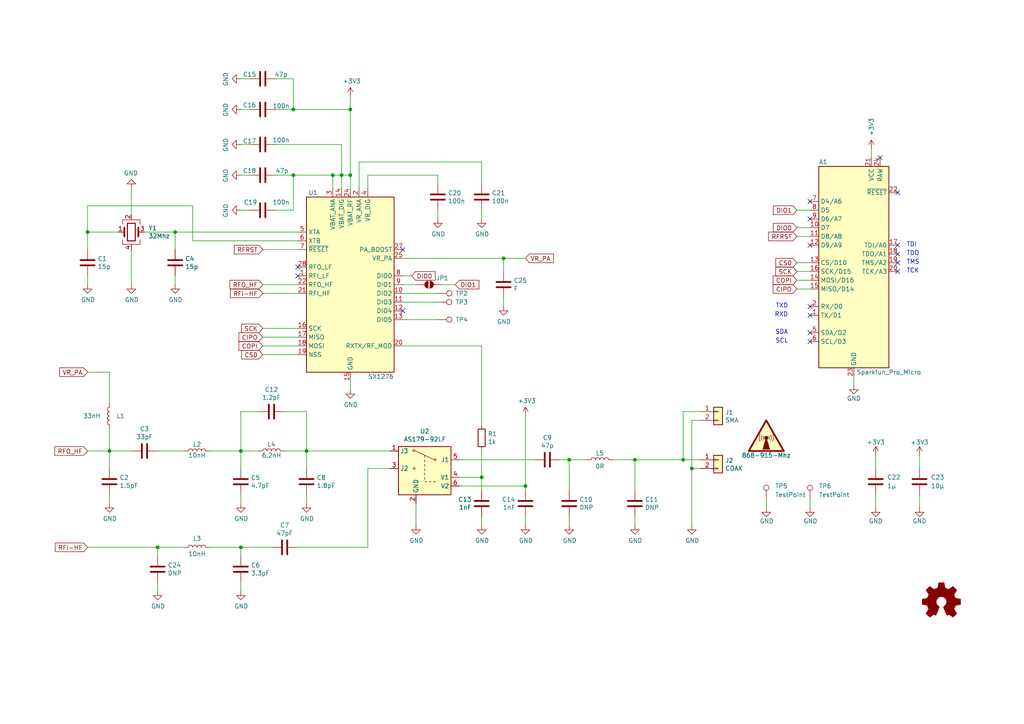
<source format=kicad_sch>
(kicad_sch (version 20231120) (generator "eeschema") (generator_version "8.0")
  (paper "A4")
  (title_block (title "LORA") (date "2024-12-26") (rev "v1.2") (company "nerdyscout"))
  (lib_symbols
    (symbol "Connector:TestPoint" (pin_numbers hide) (pin_names (offset 0.762) hide)
      (property "Reference" "TP" (at 0 6.858 0))
      (property "Value" "TestPoint" (at 0 5.08 0))
      (symbol "TestPoint_1_1"
        (pin passive line (at 0 0 90) (length 2.54) (name "1") (number "1"))
      )
    )
    (symbol "Connector_Generic:Conn_01x02" (pin_names (offset 1.016) hide)
      (property "Reference" "J" (at 0 2.54 0))
      (property "Value" "Conn_01x02" (at 0 -5.08 0))
      (symbol "Conn_01x02_1_1"
        (pin passive line (at -5.08 0 0) (length 3.81) (name "Pin_1") (number "1"))
        (pin passive line (at -5.08 -2.54 0) (length 3.81) (name "Pin_2") (number "2"))
      )
    )
    (symbol "Device:C" (pin_numbers hide) (pin_names (offset 0.254))
      (property "Reference" "C" (at 0.635 2.54 0))
      (property "Value" "C" (at 0.635 -2.54 0))
      (symbol "C_1_1"
        (pin passive line (at 0 3.81 270) (length 2.794) (name "~") (number "1"))
        (pin passive line (at 0 -3.81 90) (length 2.794) (name "~") (number "2"))
      )
    )
    (symbol "Device:Crystal_GND24" (pin_names (offset 1.016) hide)
      (property "Reference" "Y" (at 3.175 5.08 0))
      (property "Value" "Crystal_GND24" (at 3.175 3.175 0))
      (symbol "Crystal_GND24_1_1"
        (pin passive line (at -3.81 0 0) (length 1.27) (name "1") (number "1"))
        (pin passive line (at 0 5.08 270) (length 1.27) (name "2") (number "2"))
        (pin passive line (at 3.81 0 180) (length 1.27) (name "3") (number "3"))
        (pin passive line (at 0 -5.08 90) (length 1.27) (name "4") (number "4"))
      )
    )
    (symbol "Device:L" (pin_numbers hide) (pin_names (offset 1.016) hide)
      (property "Reference" "L" (at -1.27 0 90))
      (property "Value" "L" (at 1.905 0 90))
      (symbol "L_1_1"
        (pin passive line (at 0 3.81 270) (length 1.27) (name "1") (number "1"))
        (pin passive line (at 0 -3.81 90) (length 1.27) (name "2") (number "2"))
      )
    )
    (symbol "Device:R" (pin_numbers hide) (pin_names (offset 0))
      (property "Reference" "R" (at 2.032 0 90))
      (property "Value" "R" (at 0 0 90))
      (symbol "R_1_1"
        (pin passive line (at 0 3.81 270) (length 1.27) (name "~") (number "1"))
        (pin passive line (at 0 -3.81 90) (length 1.27) (name "~") (number "2"))
      )
    )
    (symbol "Graphic:Logo_Open_Hardware_Small" (in_bom no) (on_board no))
    (symbol "Graphic:SYM_Radio_Waves_Large" (in_bom no) (on_board no))
    (symbol "Jumper:SolderJumper_2_Open" (pin_numbers hide) (pin_names (offset 0) hide) (exclude_from_sim yes) (in_bom no)
      (property "Reference" "JP" (at 0 2.032 0))
      (property "Value" "SolderJumper_2_Open" (at 0 -2.54 0))
      (symbol "SolderJumper_2_Open_1_1"
        (pin passive line (at -3.81 0 0) (length 2.54) (name "A") (number "1"))
        (pin passive line (at 3.81 0 180) (length 2.54) (name "B") (number "2"))
      )
    )
    (symbol "ProMicro:SX1276"
      (property "Reference" "U" (at 13.97 24.13 0))
      (property "Value" "SX1276" (at 13.97 21.59 0))
      (symbol "SX1276_1_1"
        (pin input line (at -15.24 2.54 0) (length 2.54) (name "RFI_LF") (number "1"))
        (pin bidirectional line (at 15.24 -2.54 180) (length 2.54) (name "DIO2") (number "10"))
        (pin bidirectional line (at 15.24 -5.08 180) (length 2.54) (name "DIO3") (number "11"))
        (pin bidirectional line (at 15.24 -7.62 180) (length 2.54) (name "DIO4") (number "12"))
        (pin bidirectional line (at 15.24 -10.16 180) (length 2.54) (name "DIO5") (number "13"))
        (pin power_in line (at -2.54 27.94 270) (length 2.54) (name "VBAT_DIG") (number "14"))
        (pin power_in line (at 0 -27.94 90) (length 2.54) (name "GND") (number "15"))
        (pin input line (at -15.24 -12.7 0) (length 2.54) (name "SCK") (number "16"))
        (pin output line (at -15.24 -15.24 0) (length 2.54) (name "MISO") (number "17"))
        (pin input line (at -15.24 -17.78 0) (length 2.54) (name "MOSI") (number "18"))
        (pin input line (at -15.24 -20.32 0) (length 2.54) (name "NSS") (number "19"))
        (pin power_in line (at 2.54 27.94 270) (length 2.54) (name "VR_ANA") (number "2"))
        (pin output line (at 15.24 -17.78 180) (length 2.54) (name "RXTX/RF_MOD") (number "20"))
        (pin input line (at -15.24 -2.54 0) (length 2.54) (name "RFI_HF") (number "21"))
        (pin output line (at -15.24 0 0) (length 2.54) (name "RFO_HF") (number "22"))
        (pin passive line (at 0 -27.94 90) (length 2.54) hide (name "GND") (number "23"))
        (pin power_in line (at 0 27.94 270) (length 2.54) (name "VBAT_RF") (number "24"))
        (pin power_out line (at 15.24 7.62 180) (length 2.54) (name "VR_PA") (number "25"))
        (pin passive line (at 0 -27.94 90) (length 2.54) hide (name "GND") (number "26"))
        (pin power_out line (at 15.24 10.16 180) (length 2.54) (name "PA_BOOST") (number "27"))
        (pin output line (at -15.24 5.08 0) (length 2.54) (name "RFO_LF") (number "28"))
        (pin passive line (at 0 -27.94 90) (length 2.54) hide (name "GND") (number "29"))
        (pin power_in line (at -5.08 27.94 270) (length 2.54) (name "VBAT_ANA") (number "3"))
        (pin power_in line (at 5.08 27.94 270) (length 2.54) (name "VR_DIG") (number "4"))
        (pin bidirectional line (at -15.24 15.24 0) (length 2.54) (name "XTA") (number "5"))
        (pin bidirectional line (at -15.24 12.7 0) (length 2.54) (name "XTB") (number "6"))
        (pin input line (at -15.24 10.16 0) (length 2.54) (name "~{RESET}") (number "7"))
        (pin bidirectional line (at 15.24 2.54 180) (length 2.54) (name "DIO0") (number "8"))
        (pin bidirectional line (at 15.24 0 180) (length 2.54) (name "DIO1") (number "9"))
      )
    )
    (symbol "ProMicro:Sparkfun_Pro_Micro"
      (property "Reference" "A" (at -10.16 29.21 0))
      (property "Value" "Sparkfun_Pro_Micro" (at 2.54 -31.75 0))
      (symbol "Sparkfun_Pro_Micro_1_1"
        (pin bidirectional line (at -12.7 -15.24 0) (length 2.54) (name "TX/D1") (number "1"))
        (pin bidirectional line (at -12.7 10.16 0) (length 2.54) (name "D7") (number "10"))
        (pin bidirectional line (at -12.7 7.62 0) (length 2.54) (name "D8/A8") (number "11"))
        (pin bidirectional line (at -12.7 5.08 0) (length 2.54) (name "D9/A9") (number "12"))
        (pin bidirectional line (at -12.7 0 0) (length 2.54) (name "CS/D10") (number "13"))
        (pin bidirectional line (at -12.7 -5.08 0) (length 2.54) (name "MOSI/D16") (number "14"))
        (pin bidirectional line (at -12.7 -7.62 0) (length 2.54) (name "MISO/D14") (number "15"))
        (pin bidirectional line (at -12.7 -2.54 0) (length 2.54) (name "SCK/D15") (number "16"))
        (pin bidirectional line (at 12.7 5.08 180) (length 2.54) (name "TDI/A0") (number "17"))
        (pin bidirectional line (at 12.7 2.54 180) (length 2.54) (name "TDO/A1") (number "18"))
        (pin bidirectional line (at 12.7 0 180) (length 2.54) (name "TMS/A2") (number "19"))
        (pin bidirectional line (at -12.7 -12.7 0) (length 2.54) (name "RX/D0") (number "2"))
        (pin bidirectional line (at 12.7 -2.54 180) (length 2.54) (name "TCK/A3") (number "20"))
        (pin power_in line (at 5.08 30.48 270) (length 2.54) (name "VCC") (number "21"))
        (pin input line (at 12.7 20.32 180) (length 2.54) (name "~{RESET}") (number "22"))
        (pin power_in line (at 0 -33.02 90) (length 2.54) (name "GND") (number "23"))
        (pin power_in line (at 7.62 30.48 270) (length 2.54) (name "RAW") (number "24"))
        (pin passive line (at 0 -33.02 90) (length 2.54) hide (name "GND") (number "3"))
        (pin passive line (at 0 -33.02 90) (length 2.54) hide (name "GND") (number "4"))
        (pin bidirectional line (at -12.7 -20.32 0) (length 2.54) (name "SDA/D2") (number "5"))
        (pin bidirectional line (at -12.7 -22.86 0) (length 2.54) (name "SCL/D3") (number "6"))
        (pin bidirectional line (at -12.7 17.78 0) (length 2.54) (name "D4/A6") (number "7"))
        (pin bidirectional line (at -12.7 15.24 0) (length 2.54) (name "D5") (number "8"))
        (pin bidirectional line (at -12.7 12.7 0) (length 2.54) (name "D6/A7") (number "9"))
      )
    )
    (symbol "RF_Switch:AS179-92LF"
      (property "Reference" "U" (at -7.62 7.62 0))
      (property "Value" "AS179-92LF" (at 2.54 7.62 0))
      (symbol "AS179-92LF_1_1"
        (pin passive line (at 10.16 5.08 180) (length 2.54) (name "J3") (number "1"))
        (pin power_in line (at 2.54 -10.16 90) (length 2.54) (name "GND") (number "2"))
        (pin passive line (at 10.16 0 180) (length 2.54) (name "J2") (number "3"))
        (pin input line (at -10.16 -2.54 0) (length 2.54) (name "V1") (number "4"))
        (pin passive line (at -10.16 2.54 0) (length 2.54) (name "J1") (number "5"))
        (pin input line (at -10.16 -5.08 0) (length 2.54) (name "V2") (number "6"))
      )
    )
    (symbol "power:+3V3" (power) (pin_numbers hide) (pin_names (offset 0) hide)
      (property "Value" "+3V3" (at 0 3.556 0))
      (symbol "+3V3_1_1"
        (pin power_in line (at 0 0 90) (length 0) (name "~") (number "1"))
      )
    )
    (symbol "power:GND" (power) (pin_numbers hide) (pin_names (offset 0) hide)
      (property "Value" "GND" (at 0 -3.81 0))
      (symbol "GND_1_1"
        (pin power_in line (at 0 0 270) (length 0) (name "~") (number "1"))
      )
    )
  )
  (junction (at 198.12 133.35))
  (junction (at 69.85 158.75))
  (junction (at 139.7 138.43))
  (junction (at 152.4 140.97))
  (junction (at 25.4 67.31))
  (junction (at 85.09 50.8))
  (junction (at 85.09 31.75))
  (junction (at 99.06 50.8))
  (junction (at 45.72 158.75))
  (junction (at 31.75 130.81))
  (junction (at 146.05 74.93))
  (junction (at 184.15 133.35))
  (junction (at 88.9 130.81))
  (junction (at 165.1 133.35))
  (junction (at 200.66 135.89))
  (junction (at 50.8 67.31))
  (junction (at 69.85 130.81))
  (junction (at 96.52 50.8))
  (junction (at 101.6 50.8))
  (junction (at 101.6 31.75))
  (no_connect (at 260.35 55.88))
  (no_connect (at 260.35 76.2))
  (no_connect (at 234.95 88.9))
  (no_connect (at 234.95 71.12))
  (no_connect (at 116.84 90.17))
  (no_connect (at 234.95 96.52))
  (no_connect (at 234.95 63.5))
  (no_connect (at 86.36 80.01))
  (no_connect (at 234.95 99.06))
  (no_connect (at 260.35 73.66))
  (no_connect (at 234.95 58.42))
  (no_connect (at 255.27 45.72))
  (no_connect (at 260.35 78.74))
  (no_connect (at 116.84 72.39))
  (no_connect (at 260.35 71.12))
  (no_connect (at 234.95 91.44))
  (no_connect (at 86.36 77.47))
  (wire (pts (xy 139.7 130.81) (xy 139.7 138.43)))
  (wire (pts (xy 116.84 82.55) (xy 120.65 82.55)))
  (wire (pts (xy 104.14 54.61) (xy 104.14 46.99)))
  (wire (pts (xy 234.95 68.58) (xy 231.14 68.58)))
  (wire (pts (xy 231.14 83.82) (xy 234.95 83.82)))
  (wire (pts (xy 165.1 152.4) (xy 165.1 149.86)))
  (wire (pts (xy 152.4 140.97) (xy 152.4 142.24)))
  (wire (pts (xy 45.72 158.75) (xy 45.72 161.29)))
  (wire (pts (xy 184.15 133.35) (xy 198.12 133.35)))
  (wire (pts (xy 116.84 85.09) (xy 127 85.09)))
  (wire (pts (xy 184.15 149.86) (xy 184.15 152.4)))
  (wire (pts (xy 69.85 60.96) (xy 72.39 60.96)))
  (wire (pts (xy 88.9 119.38) (xy 88.9 130.81)))
  (wire (pts (xy 60.96 158.75) (xy 69.85 158.75)))
  (wire (pts (xy 25.4 59.69) (xy 25.4 67.31)))
  (wire (pts (xy 127 50.8) (xy 127 53.34)))
  (wire (pts (xy 25.4 158.75) (xy 45.72 158.75)))
  (wire (pts (xy 38.1 82.55) (xy 38.1 72.39)))
  (wire (pts (xy 231.14 60.96) (xy 234.95 60.96)))
  (wire (pts (xy 25.4 82.55) (xy 25.4 80.01)))
  (wire (pts (xy 203.2 121.92) (xy 200.66 121.92)))
  (wire (pts (xy 101.6 27.94) (xy 101.6 31.75)))
  (wire (pts (xy 254 132.08) (xy 254 135.89)))
  (wire (pts (xy 127 60.96) (xy 127 63.5)))
  (wire (pts (xy 85.09 60.96) (xy 85.09 50.8)))
  (wire (pts (xy 200.66 152.4) (xy 200.66 135.89)))
  (wire (pts (xy 34.29 67.31) (xy 25.4 67.31)))
  (wire (pts (xy 85.09 31.75) (xy 101.6 31.75)))
  (wire (pts (xy 266.7 132.08) (xy 266.7 135.89)))
  (wire (pts (xy 38.1 54.61) (xy 38.1 62.23)))
  (wire (pts (xy 139.7 138.43) (xy 139.7 142.24)))
  (wire (pts (xy 45.72 130.81) (xy 53.34 130.81)))
  (wire (pts (xy 99.06 54.61) (xy 99.06 50.8)))
  (wire (pts (xy 85.09 31.75) (xy 80.01 31.75)))
  (wire (pts (xy 88.9 143.51) (xy 88.9 146.05)))
  (wire (pts (xy 69.85 135.89) (xy 69.85 130.81)))
  (wire (pts (xy 60.96 130.81) (xy 69.85 130.81)))
  (wire (pts (xy 85.09 50.8) (xy 96.52 50.8)))
  (wire (pts (xy 252.73 43.18) (xy 252.73 45.72)))
  (wire (pts (xy 119.38 80.01) (xy 116.84 80.01)))
  (wire (pts (xy 96.52 50.8) (xy 99.06 50.8)))
  (wire (pts (xy 25.4 67.31) (xy 25.4 72.39)))
  (wire (pts (xy 69.85 171.45) (xy 69.85 168.91)))
  (wire (pts (xy 85.09 22.86) (xy 85.09 31.75)))
  (wire (pts (xy 133.35 138.43) (xy 139.7 138.43)))
  (wire (pts (xy 101.6 31.75) (xy 101.6 50.8)))
  (wire (pts (xy 200.66 135.89) (xy 203.2 135.89)))
  (wire (pts (xy 165.1 133.35) (xy 170.18 133.35)))
  (wire (pts (xy 116.84 74.93) (xy 146.05 74.93)))
  (wire (pts (xy 184.15 142.24) (xy 184.15 133.35)))
  (wire (pts (xy 99.06 41.91) (xy 99.06 50.8)))
  (wire (pts (xy 86.36 100.33) (xy 76.2 100.33)))
  (wire (pts (xy 31.75 146.05) (xy 31.75 143.51)))
  (wire (pts (xy 96.52 54.61) (xy 96.52 50.8)))
  (wire (pts (xy 165.1 133.35) (xy 165.1 142.24)))
  (wire (pts (xy 234.95 81.28) (xy 231.14 81.28)))
  (wire (pts (xy 200.66 121.92) (xy 200.66 135.89)))
  (wire (pts (xy 132.08 82.55) (xy 128.27 82.55)))
  (wire (pts (xy 116.84 100.33) (xy 139.7 100.33)))
  (wire (pts (xy 88.9 130.81) (xy 88.9 135.89)))
  (wire (pts (xy 113.03 130.81) (xy 88.9 130.81)))
  (wire (pts (xy 31.75 107.95) (xy 31.75 116.84)))
  (wire (pts (xy 198.12 119.38) (xy 198.12 133.35)))
  (wire (pts (xy 31.75 124.46) (xy 31.75 130.81)))
  (wire (pts (xy 86.36 158.75) (xy 106.68 158.75)))
  (wire (pts (xy 177.8 133.35) (xy 184.15 133.35)))
  (wire (pts (xy 139.7 46.99) (xy 139.7 53.34)))
  (wire (pts (xy 198.12 133.35) (xy 203.2 133.35)))
  (wire (pts (xy 86.36 69.85) (xy 55.88 69.85)))
  (wire (pts (xy 50.8 72.39) (xy 50.8 67.31)))
  (wire (pts (xy 74.93 119.38) (xy 69.85 119.38)))
  (wire (pts (xy 152.4 120.65) (xy 152.4 140.97)))
  (wire (pts (xy 50.8 82.55) (xy 50.8 80.01)))
  (wire (pts (xy 139.7 63.5) (xy 139.7 60.96)))
  (wire (pts (xy 106.68 135.89) (xy 113.03 135.89)))
  (wire (pts (xy 55.88 69.85) (xy 55.88 59.69)))
  (wire (pts (xy 85.09 50.8) (xy 80.01 50.8)))
  (wire (pts (xy 80.01 41.91) (xy 99.06 41.91)))
  (wire (pts (xy 101.6 54.61) (xy 101.6 50.8)))
  (wire (pts (xy 146.05 88.9) (xy 146.05 86.36)))
  (wire (pts (xy 80.01 60.96) (xy 85.09 60.96)))
  (wire (pts (xy 120.65 152.4) (xy 120.65 146.05)))
  (wire (pts (xy 106.68 54.61) (xy 106.68 50.8)))
  (wire (pts (xy 234.95 144.78) (xy 234.95 147.32)))
  (wire (pts (xy 25.4 107.95) (xy 31.75 107.95)))
  (wire (pts (xy 247.65 111.76) (xy 247.65 109.22)))
  (wire (pts (xy 69.85 161.29) (xy 69.85 158.75)))
  (wire (pts (xy 80.01 22.86) (xy 85.09 22.86)))
  (wire (pts (xy 234.95 76.2) (xy 231.14 76.2)))
  (wire (pts (xy 31.75 135.89) (xy 31.75 130.81)))
  (wire (pts (xy 38.1 130.81) (xy 31.75 130.81)))
  (wire (pts (xy 50.8 67.31) (xy 86.36 67.31)))
  (wire (pts (xy 139.7 152.4) (xy 139.7 149.86)))
  (wire (pts (xy 116.84 92.71) (xy 127 92.71)))
  (wire (pts (xy 266.7 143.51) (xy 266.7 147.32)))
  (wire (pts (xy 165.1 133.35) (xy 162.56 133.35)))
  (wire (pts (xy 146.05 74.93) (xy 152.4 74.93)))
  (wire (pts (xy 76.2 85.09) (xy 86.36 85.09)))
  (wire (pts (xy 41.91 67.31) (xy 50.8 67.31)))
  (wire (pts (xy 222.25 144.78) (xy 222.25 147.32)))
  (wire (pts (xy 76.2 102.87) (xy 86.36 102.87)))
  (wire (pts (xy 76.2 72.39) (xy 86.36 72.39)))
  (wire (pts (xy 72.39 31.75) (xy 69.85 31.75)))
  (wire (pts (xy 86.36 95.25) (xy 76.2 95.25)))
  (wire (pts (xy 25.4 130.81) (xy 31.75 130.81)))
  (wire (pts (xy 101.6 110.49) (xy 101.6 113.03)))
  (wire (pts (xy 231.14 66.04) (xy 234.95 66.04)))
  (wire (pts (xy 76.2 82.55) (xy 86.36 82.55)))
  (wire (pts (xy 99.06 50.8) (xy 101.6 50.8)))
  (wire (pts (xy 203.2 119.38) (xy 198.12 119.38)))
  (wire (pts (xy 146.05 74.93) (xy 146.05 78.74)))
  (wire (pts (xy 133.35 140.97) (xy 152.4 140.97)))
  (wire (pts (xy 106.68 50.8) (xy 127 50.8)))
  (wire (pts (xy 45.72 158.75) (xy 53.34 158.75)))
  (wire (pts (xy 104.14 46.99) (xy 139.7 46.99)))
  (wire (pts (xy 254 143.51) (xy 254 147.32)))
  (wire (pts (xy 69.85 146.05) (xy 69.85 143.51)))
  (wire (pts (xy 69.85 119.38) (xy 69.85 130.81)))
  (wire (pts (xy 69.85 22.86) (xy 72.39 22.86)))
  (wire (pts (xy 139.7 100.33) (xy 139.7 123.19)))
  (wire (pts (xy 82.55 119.38) (xy 88.9 119.38)))
  (wire (pts (xy 69.85 41.91) (xy 72.39 41.91)))
  (wire (pts (xy 55.88 59.69) (xy 25.4 59.69)))
  (wire (pts (xy 152.4 152.4) (xy 152.4 149.86)))
  (wire (pts (xy 106.68 158.75) (xy 106.68 135.89)))
  (wire (pts (xy 231.14 78.74) (xy 234.95 78.74)))
  (wire (pts (xy 116.84 87.63) (xy 127 87.63)))
  (wire (pts (xy 69.85 158.75) (xy 78.74 158.75)))
  (wire (pts (xy 72.39 50.8) (xy 69.85 50.8)))
  (wire (pts (xy 82.55 130.81) (xy 88.9 130.81)))
  (wire (pts (xy 69.85 130.81) (xy 74.93 130.81)))
  (wire (pts (xy 45.72 168.91) (xy 45.72 171.45)))
  (wire (pts (xy 133.35 133.35) (xy 154.94 133.35)))
  (wire (pts (xy 76.2 97.79) (xy 86.36 97.79)))
  (text "TDI" (at 262.89 71.755 0) (effects (font (size 1.27 1.27)) (justify left bottom)))
  (text "TCK" (at 262.89 79.375 0) (effects (font (size 1.27 1.27)) (justify left bottom)))
  (text "SDA" (at 228.6 97.155 0) (effects (font (size 1.27 1.27)) (justify right bottom)))
  (text "SCL" (at 228.6 99.695 0) (effects (font (size 1.27 1.27)) (justify right bottom)))
  (text "TXD" (at 228.6 89.535 0) (effects (font (size 1.27 1.27)) (justify right bottom)))
  (text "RXD" (at 228.6 92.075 0) (effects (font (size 1.27 1.27)) (justify right bottom)))
  (text "TDO" (at 262.89 74.295 0) (effects (font (size 1.27 1.27)) (justify left bottom)))
  (text "TMS" (at 262.89 76.835 0) (effects (font (size 1.27 1.27)) (justify left bottom)))
  (global_label "RFRST" (shape input) (at 76.2 72.39 180) (property "Intersheetrefs" "${INTERSHEET_REFS}" (effects (hide yes))))
  (global_label "RFI-HF" (shape input) (at 76.2 85.09 180) (property "Intersheetrefs" "${INTERSHEET_REFS}" (effects (hide yes))))
  (global_label "DIO0" (shape input) (at 119.38 80.01 0) (property "Intersheetrefs" "${INTERSHEET_REFS}" (effects (hide yes))))
  (global_label "RFO_HF" (shape input) (at 76.2 82.55 180) (property "Intersheetrefs" "${INTERSHEET_REFS}" (effects (hide yes))))
  (global_label "VR_PA" (shape input) (at 25.4 107.95 180) (property "Intersheetrefs" "${INTERSHEET_REFS}" (effects (hide yes))))
  (global_label "CIPO" (shape input) (at 76.2 97.79 180) (property "Intersheetrefs" "${INTERSHEET_REFS}" (effects (hide yes))))
  (global_label "CIPO" (shape input) (at 231.14 83.82 180) (property "Intersheetrefs" "${INTERSHEET_REFS}" (effects (hide yes))))
  (global_label "DIO1" (shape input) (at 231.14 60.96 180) (property "Intersheetrefs" "${INTERSHEET_REFS}" (effects (hide yes))))
  (global_label "CS0" (shape input) (at 231.14 76.2 180) (property "Intersheetrefs" "${INTERSHEET_REFS}" (effects (hide yes))))
  (global_label "CS0" (shape input) (at 76.2 102.87 180) (property "Intersheetrefs" "${INTERSHEET_REFS}" (effects (hide yes))))
  (global_label "VR_PA" (shape input) (at 152.4 74.93 0) (property "Intersheetrefs" "${INTERSHEET_REFS}" (effects (hide yes))))
  (global_label "RFI-HF" (shape input) (at 25.4 158.75 180) (property "Intersheetrefs" "${INTERSHEET_REFS}" (effects (hide yes))))
  (global_label "SCK" (shape input) (at 76.2 95.25 180) (property "Intersheetrefs" "${INTERSHEET_REFS}" (effects (hide yes))))
  (global_label "RFRST" (shape input) (at 231.14 68.58 180) (property "Intersheetrefs" "${INTERSHEET_REFS}" (effects (hide yes))))
  (global_label "SCK" (shape input) (at 231.14 78.74 180) (property "Intersheetrefs" "${INTERSHEET_REFS}" (effects (hide yes))))
  (global_label "DIO1" (shape input) (at 132.08 82.55 0) (property "Intersheetrefs" "${INTERSHEET_REFS}" (effects (hide yes))))
  (global_label "COPI" (shape input) (at 76.2 100.33 180) (property "Intersheetrefs" "${INTERSHEET_REFS}" (effects (hide yes))))
  (global_label "RFO_HF" (shape input) (at 25.4 130.81 180) (property "Intersheetrefs" "${INTERSHEET_REFS}" (effects (hide yes))))
  (global_label "DIO0" (shape input) (at 231.14 66.04 180) (property "Intersheetrefs" "${INTERSHEET_REFS}" (effects (hide yes))))
  (global_label "COPI" (shape input) (at 231.14 81.28 180) (property "Intersheetrefs" "${INTERSHEET_REFS}" (effects (hide yes))))
  (symbol (lib_id "power:GND") (at 247.65 111.76 0) (unit 1)
    (property "Reference" "#PWR0127" (effects (hide yes)))
    (property "Value" "GND" (at 247.65 115.57 0))
    (property "Description" "Power symbol creates a global label with name \"GND\" , ground" (effects (hide yes)))
  )
  (symbol (lib_id "power:+3V3") (at 252.73 43.18 0) (unit 1)
    (property "Reference" "#PWR0124" (effects (hide yes)))
    (property "Value" "+3V3" (at 252.73 36.83 90))
    (property "Description" "Power symbol creates a global label with name \"+3V3\"" (effects (hide yes)))
  )
  (symbol (lib_id "power:+3V3") (at 254 132.08 0) (unit 1)
    (property "Reference" "#PWR0125" (effects (hide yes)))
    (property "Value" "+3V3" (at 254 128.27 0))
    (property "Description" "Power symbol creates a global label with name \"+3V3\"" (effects (hide yes)))
  )
  (symbol (lib_id "Device:C") (at 254 139.7 0) (unit 1)
    (property "Reference" "C22" (at 257.302 138.43 0) (effects (justify left)))
    (property "Value" "1µ" (at 257.302 140.97 0) (effects (justify left)))
    (property "Footprint" "Capacitor_SMD:C_0402_1005Metric" (effects (hide yes)))
    (property "Description" "Unpolarized capacitor" (effects (hide yes)))
    (property "LCSC#" "C52923" (effects (hide yes)))
    (property "MPN" "CL05A105KA5NQNC" (effects (hide yes)))
  )
  (symbol (lib_id "Device:L") (at 173.99 133.35 90) (unit 1)
    (property "Reference" "L5" (at 173.99 131.445 90))
    (property "Value" "0R" (at 173.99 135.255 90))
    (property "Footprint" "Inductor_SMD:L_0402_1005Metric" (effects (hide yes)))
    (property "Description" "Inductor" (effects (hide yes)))
    (property "LCSC#" "C17168" (effects (hide yes)))
    (property "MPN" "0402WGF0000TCE" (effects (hide yes)))
  )
  (symbol (lib_id "Device:C") (at 165.1 146.05 0) (unit 1)
    (property "Reference" "C10" (at 168.021 144.8816 0) (effects (justify left)))
    (property "Value" "DNP" (at 168.021 147.193 0) (effects (justify left)))
    (property "Footprint" "Capacitor_SMD:C_0402_1005Metric" (effects (hide yes)))
    (property "Description" "Unpolarized capacitor" (effects (hide yes)))
    (property "Variant" "DNP" (effects (hide yes)))
  )
  (symbol (lib_id "Device:C") (at 158.75 133.35 270) (unit 1)
    (property "Reference" "C9" (at 158.75 126.9492 90))
    (property "Value" "47p" (at 158.75 129.2606 90))
    (property "Footprint" "Capacitor_SMD:C_0402_1005Metric" (effects (hide yes)))
    (property "Description" "Unpolarized capacitor" (effects (hide yes)))
    (property "LCSC#" "C1567" (effects (hide yes)))
    (property "MPN" "0402CG470J500NT" (effects (hide yes)))
  )
  (symbol (lib_id "RF_Switch:AS179-92LF") (at 123.19 135.89 0) (mirror y) (unit 1)
    (property "Reference" "U2" (at 123.19 125.095 0))
    (property "Value" "AS179-92LF" (at 123.19 127.4064 0))
    (property "Footprint" "Package_TO_SOT_SMD:SOT-363_SC-70-6" (effects (hide yes)))
    (property "Datasheet" "http://www.skyworksinc.com/uploads/documents/AS179_92LF_200176H.pdf" (effects (hide yes)))
    (property "Description" "20 MHz to 4.0 GHz GaAs SPDT Switch, SC-70" (effects (hide yes)))
    (property "LCSC#" "C83422" (effects (hide yes)))
    (property "MPN" "AS179-92LF" (effects (hide yes)))
  )
  (symbol (lib_id "power:GND") (at 200.66 152.4 0) (unit 1)
    (property "Reference" "#PWR0128" (effects (hide yes)))
    (property "Value" "GND" (at 200.787 156.7942 0))
    (property "Description" "Power symbol creates a global label with name \"GND\" , ground" (effects (hide yes)))
  )
  (symbol (lib_id "power:GND") (at 101.6 113.03 0) (unit 1)
    (property "Reference" "#PWR0101" (effects (hide yes)))
    (property "Value" "GND" (at 101.727 117.4242 0))
    (property "Description" "Power symbol creates a global label with name \"GND\" , ground" (effects (hide yes)))
  )
  (symbol (lib_id "Device:C") (at 25.4 76.2 0) (unit 1)
    (property "Reference" "C1" (at 28.321 75.0316 0) (effects (justify left)))
    (property "Value" "15p" (at 28.321 77.343 0) (effects (justify left)))
    (property "Footprint" "Capacitor_SMD:C_0402_1005Metric" (effects (hide yes)))
    (property "Description" "Unpolarized capacitor" (effects (hide yes)))
    (property "LCSC#" "C1548" (effects (hide yes)))
    (property "MPN" "0402CG150J500NT" (effects (hide yes)))
  )
  (symbol (lib_id "Device:Crystal_GND24") (at 38.1 67.31 0) (unit 1)
    (property "Reference" "Y1" (at 43.0276 66.1416 0) (effects (justify left)))
    (property "Value" "32Mhz" (at 43.0276 68.453 0) (effects (justify left)))
    (property "Footprint" "Crystal:Crystal_SMD_SeikoEpson_FA238V-4Pin_3.2x2.5mm" (effects (hide yes)))
    (property "Description" "Four pin crystal, GND on pins 2 and 4" (effects (hide yes)))
    (property "LCSC#" "C91742" (effects (hide yes)))
    (property "MPN" "X1E000021016300" (effects (hide yes)))
  )
  (symbol (lib_id "power:GND") (at 25.4 82.55 0) (unit 1)
    (property "Reference" "#PWR0102" (effects (hide yes)))
    (property "Value" "GND" (at 25.527 86.9442 0))
    (property "Description" "Power symbol creates a global label with name \"GND\" , ground" (effects (hide yes)))
  )
  (symbol (lib_id "Device:C") (at 50.8 76.2 0) (unit 1)
    (property "Reference" "C4" (at 53.721 75.0316 0) (effects (justify left)))
    (property "Value" "15p" (at 53.721 77.343 0) (effects (justify left)))
    (property "Footprint" "Capacitor_SMD:C_0402_1005Metric" (effects (hide yes)))
    (property "Description" "Unpolarized capacitor" (effects (hide yes)))
    (property "LCSC#" "C1548" (effects (hide yes)))
    (property "MPN" "0402CG150J500NT" (effects (hide yes)))
  )
  (symbol (lib_id "power:GND") (at 50.8 82.55 0) (unit 1)
    (property "Reference" "#PWR0103" (effects (hide yes)))
    (property "Value" "GND" (at 50.927 86.9442 0))
    (property "Description" "Power symbol creates a global label with name \"GND\" , ground" (effects (hide yes)))
  )
  (symbol (lib_id "power:GND") (at 38.1 82.55 0) (unit 1)
    (property "Reference" "#PWR0104" (effects (hide yes)))
    (property "Value" "GND" (at 38.227 86.9442 0))
    (property "Description" "Power symbol creates a global label with name \"GND\" , ground" (effects (hide yes)))
  )
  (symbol (lib_id "Device:C") (at 88.9 139.7 0) (unit 1)
    (property "Reference" "C8" (at 91.821 138.5316 0) (effects (justify left)))
    (property "Value" "1.8pF" (at 91.821 140.843 0) (effects (justify left)))
    (property "Footprint" "Capacitor_SMD:C_0402_1005Metric" (effects (hide yes)))
    (property "Description" "Unpolarized capacitor" (effects (hide yes)))
  )
  (symbol (lib_id "Device:C") (at 69.85 139.7 0) (unit 1)
    (property "Reference" "C5" (at 72.771 138.5316 0) (effects (justify left)))
    (property "Value" "4.7pF" (at 72.771 140.843 0) (effects (justify left)))
    (property "Footprint" "Capacitor_SMD:C_0402_1005Metric" (effects (hide yes)))
    (property "Description" "Unpolarized capacitor" (effects (hide yes)))
    (property "LCSC#" "C1569" (effects (hide yes)))
    (property "MPN" "0402CG4R7C500NT" (effects (hide yes)))
  )
  (symbol (lib_id "Device:L") (at 78.74 130.81 90) (unit 1)
    (property "Reference" "L4" (at 78.74 128.905 90))
    (property "Value" "6.2nH" (at 78.74 132.08 90))
    (property "Footprint" "Inductor_SMD:L_0402_1005Metric" (effects (hide yes)))
    (property "Description" "Inductor" (effects (hide yes)))
    (property "LCSC#" "C87534" (effects (hide yes)))
    (property "MPN" "MLG1005S6N2ST000" (effects (hide yes)))
  )
  (symbol (lib_id "power:GND") (at 38.1 54.61 180) (unit 1)
    (property "Reference" "#PWR0105" (effects (hide yes)))
    (property "Value" "GND" (at 37.973 50.2158 0))
    (property "Description" "Power symbol creates a global label with name \"GND\" , ground" (effects (hide yes)))
  )
  (symbol (lib_id "Device:C") (at 69.85 165.1 0) (unit 1)
    (property "Reference" "C6" (at 72.771 163.9316 0) (effects (justify left)))
    (property "Value" "3.3pF" (at 72.771 166.243 0) (effects (justify left)))
    (property "Footprint" "Capacitor_SMD:C_0402_1005Metric" (effects (hide yes)))
    (property "Description" "Unpolarized capacitor" (effects (hide yes)))
    (property "LCSC#" "C1565" (effects (hide yes)))
    (property "MPN" "0402CG3R3C500NT" (effects (hide yes)))
  )
  (symbol (lib_id "Connector_Generic:Conn_01x02") (at 208.28 133.35 0) (unit 1)
    (property "Reference" "J2" (at 210.312 133.5532 0) (effects (justify left)))
    (property "Value" "COAX" (at 210.312 135.8646 0) (effects (justify left)))
    (property "Footprint" "Connector_Coaxial:SMA_Samtec_SMA-J-P-H-ST-EM1_EdgeMount" (effects (hide yes)))
    (property "Description" "Generic connector, single row, 01x02, script generated (kicad-library-utils/schlib/autogen/connector/)" (effects (hide yes)))
  )
  (symbol (lib_id "Device:C") (at 184.15 146.05 0) (unit 1)
    (property "Reference" "C11" (at 187.071 144.8816 0) (effects (justify left)))
    (property "Value" "DNP" (at 187.071 147.193 0) (effects (justify left)))
    (property "Footprint" "Capacitor_SMD:C_0402_1005Metric" (effects (hide yes)))
    (property "Description" "Unpolarized capacitor" (effects (hide yes)))
    (property "Variant" "DNP" (effects (hide yes)))
  )
  (symbol (lib_id "Device:C") (at 82.55 158.75 270) (unit 1)
    (property "Reference" "C7" (at 82.55 152.3492 90))
    (property "Value" "47pF" (at 82.55 154.6606 90))
    (property "Footprint" "Capacitor_SMD:C_0402_1005Metric" (effects (hide yes)))
    (property "Description" "Unpolarized capacitor" (effects (hide yes)))
    (property "LCSC#" "C1567" (effects (hide yes)))
    (property "MPN" "0402CG470J500NT" (effects (hide yes)))
  )
  (symbol (lib_id "Device:L") (at 57.15 158.75 90) (unit 1)
    (property "Reference" "L3" (at 57.15 156.21 90))
    (property "Value" "10nH" (at 57.15 160.655 90))
    (property "Footprint" "Inductor_SMD:L_0402_1005Metric" (effects (hide yes)))
    (property "Description" "Inductor" (effects (hide yes)))
    (property "LCSC#" "C27147" (effects (hide yes)))
    (property "MPN" "SDCL1005C10NJTDF" (effects (hide yes)))
  )
  (symbol (lib_id "Device:L") (at 57.15 130.81 90) (unit 1)
    (property "Reference" "L2" (at 57.15 128.905 90))
    (property "Value" "10nH" (at 57.15 132.08 90))
    (property "Footprint" "Inductor_SMD:L_0402_1005Metric" (effects (hide yes)))
    (property "Description" "Inductor" (effects (hide yes)))
    (property "LCSC#" "C27147" (effects (hide yes)))
    (property "MPN" "SDCL1005C10NJTDF" (effects (hide yes)))
  )
  (symbol (lib_id "Device:C") (at 41.91 130.81 270) (unit 1)
    (property "Reference" "C3" (at 41.91 124.4092 90))
    (property "Value" "33pF" (at 41.91 126.7206 90))
    (property "Footprint" "Capacitor_SMD:C_0402_1005Metric" (effects (hide yes)))
    (property "Description" "Unpolarized capacitor" (effects (hide yes)))
    (property "LCSC#" "C1562" (effects (hide yes)))
    (property "MPN" "0402CG330J500NT" (effects (hide yes)))
  )
  (symbol (lib_id "Device:C") (at 31.75 139.7 180) (unit 1)
    (property "Reference" "C2" (at 34.671 138.5316 0) (effects (justify right)))
    (property "Value" "1.5pF" (at 34.671 140.843 0) (effects (justify right)))
    (property "Footprint" "Capacitor_SMD:C_0402_1005Metric" (effects (hide yes)))
    (property "Description" "Unpolarized capacitor" (effects (hide yes)))
    (property "LCSC#" "C1552" (effects (hide yes)))
    (property "MPN" "0402CG1R5C500NT" (effects (hide yes)))
  )
  (symbol (lib_id "Device:L") (at 31.75 120.65 180) (unit 1)
    (property "Reference" "L1" (at 36.195 120.65 0) (effects (justify left)))
    (property "Value" "33nH" (at 29.21 120.65 0) (effects (justify left)))
    (property "Footprint" "Inductor_SMD:L_0402_1005Metric" (effects (hide yes)))
    (property "Description" "Inductor" (effects (hide yes)))
    (property "LCSC#" "C87193" (effects (hide yes)))
    (property "MPN" "HK100533NJ-T" (effects (hide yes)))
  )
  (symbol (lib_id "power:GND") (at 88.9 146.05 0) (unit 1)
    (property "Reference" "#PWR0106" (effects (hide yes)))
    (property "Value" "GND" (at 89.027 150.4442 0))
    (property "Description" "Power symbol creates a global label with name \"GND\" , ground" (effects (hide yes)))
  )
  (symbol (lib_id "power:GND") (at 69.85 146.05 0) (unit 1)
    (property "Reference" "#PWR0107" (effects (hide yes)))
    (property "Value" "GND" (at 69.977 150.4442 0))
    (property "Description" "Power symbol creates a global label with name \"GND\" , ground" (effects (hide yes)))
  )
  (symbol (lib_id "power:GND") (at 31.75 146.05 0) (unit 1)
    (property "Reference" "#PWR0108" (effects (hide yes)))
    (property "Value" "GND" (at 31.877 150.4442 0))
    (property "Description" "Power symbol creates a global label with name \"GND\" , ground" (effects (hide yes)))
  )
  (symbol (lib_id "power:GND") (at 165.1 152.4 0) (unit 1)
    (property "Reference" "#PWR0109" (effects (hide yes)))
    (property "Value" "GND" (at 165.227 156.7942 0))
    (property "Description" "Power symbol creates a global label with name \"GND\" , ground" (effects (hide yes)))
  )
  (symbol (lib_id "power:GND") (at 184.15 152.4 0) (unit 1)
    (property "Reference" "#PWR0110" (effects (hide yes)))
    (property "Value" "GND" (at 184.277 156.7942 0))
    (property "Description" "Power symbol creates a global label with name \"GND\" , ground" (effects (hide yes)))
  )
  (symbol (lib_id "Device:C") (at 78.74 119.38 270) (unit 1)
    (property "Reference" "C12" (at 78.74 112.9792 90))
    (property "Value" "1.2pF" (at 78.74 115.2906 90))
    (property "Footprint" "Capacitor_SMD:C_0402_1005Metric" (effects (hide yes)))
    (property "Description" "Unpolarized capacitor" (effects (hide yes)))
    (property "LCSC#" "C159809" (effects (hide yes)))
    (property "MPN" "CL05C1R2BB5NNNC" (effects (hide yes)))
  )
  (symbol (lib_id "power:GND") (at 69.85 171.45 0) (unit 1)
    (property "Reference" "#PWR0111" (effects (hide yes)))
    (property "Value" "GND" (at 69.977 175.8442 0))
    (property "Description" "Power symbol creates a global label with name \"GND\" , ground" (effects (hide yes)))
  )
  (symbol (lib_id "Device:C") (at 152.4 146.05 0) (unit 1)
    (property "Reference" "C14" (at 149.479 144.8816 0) (effects (justify right)))
    (property "Value" "1nF" (at 149.479 147.193 0) (effects (justify right)))
    (property "Footprint" "Capacitor_SMD:C_0402_1005Metric" (effects (hide yes)))
    (property "Description" "Unpolarized capacitor" (effects (hide yes)))
    (property "LCSC#" "C1523" (effects (hide yes)))
    (property "MPN" "0402B102K500NT" (effects (hide yes)))
  )
  (symbol (lib_id "power:GND") (at 152.4 152.4 0) (unit 1)
    (property "Reference" "#PWR0112" (effects (hide yes)))
    (property "Value" "GND" (at 152.527 156.7942 0))
    (property "Description" "Power symbol creates a global label with name \"GND\" , ground" (effects (hide yes)))
  )
  (symbol (lib_id "power:+3V3") (at 152.4 120.65 0) (unit 1)
    (property "Reference" "#PWR0113" (effects (hide yes)))
    (property "Value" "+3V3" (at 152.781 116.2558 0))
    (property "Description" "Power symbol creates a global label with name \"+3V3\"" (effects (hide yes)))
  )
  (symbol (lib_id "Device:C") (at 139.7 146.05 0) (unit 1)
    (property "Reference" "C13" (at 136.779 144.8816 0) (effects (justify right)))
    (property "Value" "1nF" (at 136.779 147.193 0) (effects (justify right)))
    (property "Footprint" "Capacitor_SMD:C_0402_1005Metric" (effects (hide yes)))
    (property "Description" "Unpolarized capacitor" (effects (hide yes)))
    (property "LCSC#" "C1523" (effects (hide yes)))
    (property "MPN" "0402B102K500NT" (effects (hide yes)))
  )
  (symbol (lib_id "power:GND") (at 139.7 152.4 0) (unit 1)
    (property "Reference" "#PWR0114" (effects (hide yes)))
    (property "Value" "GND" (at 139.827 156.7942 0))
    (property "Description" "Power symbol creates a global label with name \"GND\" , ground" (effects (hide yes)))
  )
  (symbol (lib_id "Device:R") (at 139.7 127 0) (unit 1)
    (property "Reference" "R1" (at 141.478 125.8316 0) (effects (justify left)))
    (property "Value" "1k" (at 141.478 128.143 0) (effects (justify left)))
    (property "Footprint" "Resistor_SMD:R_0402_1005Metric" (effects (hide yes)))
    (property "Description" "Resistor" (effects (hide yes)))
    (property "LCSC#" "C11702" (effects (hide yes)))
    (property "MPN" "0402WGF1001TCE" (effects (hide yes)))
  )
  (symbol (lib_id "power:GND") (at 120.65 152.4 0) (unit 1)
    (property "Reference" "#PWR0115" (effects (hide yes)))
    (property "Value" "GND" (at 120.777 156.7942 0))
    (property "Description" "Power symbol creates a global label with name \"GND\" , ground" (effects (hide yes)))
  )
  (symbol (lib_id "power:+3V3") (at 101.6 27.94 0) (unit 1)
    (property "Reference" "#PWR0116" (effects (hide yes)))
    (property "Value" "+3V3" (at 101.981 23.5458 0))
    (property "Description" "Power symbol creates a global label with name \"+3V3\"" (effects (hide yes)))
  )
  (symbol (lib_id "Device:C") (at 127 57.15 0) (unit 1)
    (property "Reference" "C20" (at 129.921 55.9816 0) (effects (justify left)))
    (property "Value" "100n" (at 129.921 58.293 0) (effects (justify left)))
    (property "Footprint" "Capacitor_SMD:C_0402_1005Metric" (effects (hide yes)))
    (property "Description" "Unpolarized capacitor" (effects (hide yes)))
    (property "LCSC#" "C1525" (effects (hide yes)))
    (property "MPN" "CL05B104KO5NNNC" (effects (hide yes)))
  )
  (symbol (lib_id "power:GND") (at 127 63.5 0) (unit 1)
    (property "Reference" "#PWR0117" (effects (hide yes)))
    (property "Value" "GND" (at 127.127 67.8942 0))
    (property "Description" "Power symbol creates a global label with name \"GND\" , ground" (effects (hide yes)))
  )
  (symbol (lib_id "power:GND") (at 139.7 63.5 0) (unit 1)
    (property "Reference" "#PWR0118" (effects (hide yes)))
    (property "Value" "GND" (at 139.827 67.8942 0))
    (property "Description" "Power symbol creates a global label with name \"GND\" , ground" (effects (hide yes)))
  )
  (symbol (lib_id "Device:C") (at 76.2 50.8 270) (unit 1)
    (property "Reference" "C18" (at 72.39 49.53 90))
    (property "Value" "47p" (at 81.788 49.53 90))
    (property "Footprint" "Capacitor_SMD:C_0402_1005Metric" (effects (hide yes)))
    (property "Description" "Unpolarized capacitor" (effects (hide yes)))
    (property "LCSC#" "C1567" (effects (hide yes)))
    (property "MPN" "0402CG470J500NT" (effects (hide yes)))
  )
  (symbol (lib_id "Device:C") (at 76.2 60.96 90) (unit 1)
    (property "Reference" "C19" (at 72.644 58.674 90))
    (property "Value" "100n" (at 81.534 58.674 90))
    (property "Footprint" "Capacitor_SMD:C_0402_1005Metric" (effects (hide yes)))
    (property "Description" "Unpolarized capacitor" (effects (hide yes)))
    (property "LCSC#" "C1525" (effects (hide yes)))
    (property "MPN" "CL05B104KO5NNNC" (effects (hide yes)))
  )
  (symbol (lib_id "Device:C") (at 76.2 22.86 270) (unit 1)
    (property "Reference" "C15" (at 72.39 21.59 90))
    (property "Value" "47p" (at 81.534 21.59 90))
    (property "Footprint" "Capacitor_SMD:C_0402_1005Metric" (effects (hide yes)))
    (property "Description" "Unpolarized capacitor" (effects (hide yes)))
    (property "LCSC#" "C1567" (effects (hide yes)))
    (property "MPN" "0402CG470J500NT" (effects (hide yes)))
  )
  (symbol (lib_id "Device:C") (at 76.2 31.75 90) (unit 1)
    (property "Reference" "C16" (at 72.39 30.48 90))
    (property "Value" "100n" (at 81.534 30.734 90))
    (property "Footprint" "Capacitor_SMD:C_0402_1005Metric" (effects (hide yes)))
    (property "Description" "Unpolarized capacitor" (effects (hide yes)))
    (property "LCSC#" "C1525" (effects (hide yes)))
    (property "MPN" "CL05B104KO5NNNC" (effects (hide yes)))
  )
  (symbol (lib_id "power:GND") (at 69.85 60.96 270) (unit 1)
    (property "Reference" "#PWR0119" (effects (hide yes)))
    (property "Value" "GND" (at 65.4558 61.087 0))
    (property "Description" "Power symbol creates a global label with name \"GND\" , ground" (effects (hide yes)))
  )
  (symbol (lib_id "power:GND") (at 69.85 50.8 270) (unit 1)
    (property "Reference" "#PWR0120" (effects (hide yes)))
    (property "Value" "GND" (at 65.4558 50.927 0))
    (property "Description" "Power symbol creates a global label with name \"GND\" , ground" (effects (hide yes)))
  )
  (symbol (lib_id "power:GND") (at 69.85 31.75 270) (unit 1)
    (property "Reference" "#PWR0122" (effects (hide yes)))
    (property "Value" "GND" (at 65.4558 31.877 0))
    (property "Description" "Power symbol creates a global label with name \"GND\" , ground" (effects (hide yes)))
  )
  (symbol (lib_id "power:GND") (at 69.85 22.86 270) (unit 1)
    (property "Reference" "#PWR0121" (effects (hide yes)))
    (property "Value" "GND" (at 65.4558 22.987 0))
    (property "Description" "Power symbol creates a global label with name \"GND\" , ground" (effects (hide yes)))
  )
  (symbol (lib_id "Device:C") (at 139.7 57.15 0) (unit 1)
    (property "Reference" "C21" (at 142.621 55.9816 0) (effects (justify left)))
    (property "Value" "100n" (at 142.621 58.293 0) (effects (justify left)))
    (property "Footprint" "Capacitor_SMD:C_0402_1005Metric" (effects (hide yes)))
    (property "Description" "Unpolarized capacitor" (effects (hide yes)))
    (property "LCSC#" "C1525" (effects (hide yes)))
    (property "MPN" "CL05B104KO5NNNC" (effects (hide yes)))
  )
  (symbol (lib_id "Device:C") (at 76.2 41.91 90) (unit 1)
    (property "Reference" "C17" (at 72.39 40.894 90))
    (property "Value" "100n" (at 81.534 40.64 90))
    (property "Footprint" "Capacitor_SMD:C_0402_1005Metric" (effects (hide yes)))
    (property "Description" "Unpolarized capacitor" (effects (hide yes)))
    (property "LCSC#" "C1525" (effects (hide yes)))
    (property "MPN" "CL05B104KO5NNNC" (effects (hide yes)))
  )
  (symbol (lib_id "power:GND") (at 69.85 41.91 270) (unit 1)
    (property "Reference" "#PWR0123" (effects (hide yes)))
    (property "Value" "GND" (at 65.4558 42.037 0))
    (property "Description" "Power symbol creates a global label with name \"GND\" , ground" (effects (hide yes)))
  )
  (symbol (lib_id "Graphic:SYM_Radio_Waves_Large") (at 222.25 125.73 0) (unit 1) (exclude_from_sim yes)
    (property "Reference" "#SYM1" (effects (hide yes)))
    (property "Value" "868-915-Mhz" (at 222.25 132.08 0))
    (property "Description" "Radio waves warning symbol, large" (effects (hide yes)))
  )
  (symbol (lib_id "Device:C") (at 266.7 139.7 0) (unit 1)
    (property "Reference" "C23" (at 270.002 138.43 0) (effects (justify left)))
    (property "Value" "10µ" (at 270.002 140.97 0) (effects (justify left)))
    (property "Footprint" "Capacitor_SMD:C_0603_1608Metric" (effects (hide yes)))
    (property "Description" "Unpolarized capacitor" (effects (hide yes)))
    (property "LCSC#" "C15525" (effects (hide yes)))
    (property "MPN" "CL05A106MQ5NUNC" (effects (hide yes)))
  )
  (symbol (lib_id "Connector:TestPoint") (at 127 85.09 270) (mirror x) (unit 1)
    (property "Reference" "TP2" (at 132.08 85.09 90) (effects (justify left)))
    (property "Value" "DIO2" (effects (hide yes)))
    (property "Footprint" "TestPoint:TestPoint_Pad_D1.0mm" (effects (hide yes)))
    (property "Description" "test point" (effects (hide yes)))
  )
  (symbol (lib_id "Connector:TestPoint") (at 127 87.63 270) (mirror x) (unit 1)
    (property "Reference" "TP3" (at 132.08 87.63 90) (effects (justify left)))
    (property "Value" "DIO3" (effects (hide yes)))
    (property "Footprint" "TestPoint:TestPoint_Pad_D1.0mm" (effects (hide yes)))
    (property "Description" "test point" (effects (hide yes)))
  )
  (symbol (lib_id "Connector:TestPoint") (at 127 92.71 270) (mirror x) (unit 1)
    (property "Reference" "TP4" (at 132.08 92.71 90) (effects (justify left)))
    (property "Value" "DIO5" (effects (hide yes)))
    (property "Footprint" "TestPoint:TestPoint_Pad_D1.0mm" (effects (hide yes)))
    (property "Description" "test point" (effects (hide yes)))
  )
  (symbol (lib_id "power:GND") (at 266.7 147.32 0) (unit 1)
    (property "Reference" "#PWR0130" (effects (hide yes)))
    (property "Value" "GND" (at 266.7 151.13 0))
    (property "Description" "Power symbol creates a global label with name \"GND\" , ground" (effects (hide yes)))
  )
  (symbol (lib_id "power:+3V3") (at 266.7 132.08 0) (unit 1)
    (property "Reference" "#PWR0126" (effects (hide yes)))
    (property "Value" "+3V3" (at 266.7 128.27 0))
    (property "Description" "Power symbol creates a global label with name \"+3V3\"" (effects (hide yes)))
  )
  (symbol (lib_id "Graphic:Logo_Open_Hardware_Small") (at 273.05 174.625 0) (unit 1) (exclude_from_sim yes)
    (property "Reference" "LOGO1" (effects (hide yes)))
    (property "Value" "Logo_Open_Hardware_Small" (effects (hide yes)))
    (property "Footprint" "Symbol:OSHW-Symbol_6.7x6mm_SilkScreen" (effects (hide yes)))
    (property "Description" "Open Hardware logo, small" (effects (hide yes)))
  )
  (symbol (lib_id "Connector:TestPoint") (at 234.95 144.78 0) (unit 1)
    (property "Reference" "TP6" (at 237.49 140.97 0) (effects (justify left)))
    (property "Value" "TestPoint" (at 237.49 143.51 0) (effects (justify left)))
    (property "Footprint" "TestPoint:TestPoint_Pad_1.5x1.5mm" (effects (hide yes)))
    (property "Description" "test point" (effects (hide yes)))
  )
  (symbol (lib_id "power:GND") (at 234.95 147.32 0) (unit 1)
    (property "Reference" "#PWR0132" (effects (hide yes)))
    (property "Value" "GND" (at 235.077 151.13 0))
    (property "Description" "Power symbol creates a global label with name \"GND\" , ground" (effects (hide yes)))
  )
  (symbol (lib_id "power:GND") (at 222.25 147.32 0) (unit 1)
    (property "Reference" "#PWR0131" (effects (hide yes)))
    (property "Value" "GND" (at 222.377 151.13 0))
    (property "Description" "Power symbol creates a global label with name \"GND\" , ground" (effects (hide yes)))
  )
  (symbol (lib_id "Connector:TestPoint") (at 222.25 144.78 0) (unit 1)
    (property "Reference" "TP5" (at 224.79 140.97 0) (effects (justify left)))
    (property "Value" "TestPoint" (at 224.79 143.51 0) (effects (justify left)))
    (property "Footprint" "TestPoint:TestPoint_Pad_1.5x1.5mm" (effects (hide yes)))
    (property "Description" "test point" (effects (hide yes)))
  )
  (symbol (lib_id "Device:C") (at 45.72 165.1 0) (unit 1)
    (property "Reference" "C24" (at 48.641 163.9316 0) (effects (justify left)))
    (property "Value" "DNP" (at 48.641 166.243 0) (effects (justify left)))
    (property "Footprint" "Capacitor_SMD:C_0402_1005Metric" (effects (hide yes)))
    (property "Description" "Unpolarized capacitor" (effects (hide yes)))
  )
  (symbol (lib_id "power:GND") (at 45.72 171.45 0) (unit 1)
    (property "Reference" "#PWR0133" (effects (hide yes)))
    (property "Value" "GND" (at 45.847 175.8442 0))
    (property "Description" "Power symbol creates a global label with name \"GND\" , ground" (effects (hide yes)))
  )
  (symbol (lib_id "Device:C") (at 146.05 82.55 0) (unit 1)
    (property "Reference" "C25" (at 148.971 81.3816 0) (effects (justify left)))
    (property "Value" "F" (at 148.971 83.693 0) (effects (justify left)))
    (property "Footprint" "Capacitor_SMD:C_0402_1005Metric" (effects (hide yes)))
    (property "Description" "Unpolarized capacitor" (effects (hide yes)))
  )
  (symbol (lib_id "power:GND") (at 146.05 88.9 0) (unit 1)
    (property "Reference" "#PWR0134" (effects (hide yes)))
    (property "Value" "GND" (at 146.177 93.2942 0))
    (property "Description" "Power symbol creates a global label with name \"GND\" , ground" (effects (hide yes)))
  )
  (symbol (lib_id "Jumper:SolderJumper_2_Open") (at 124.46 82.55 0) (unit 1)
    (property "Reference" "JP1" (at 128.27 80.645 0))
    (property "Value" "SolderJumper_2_Open" (effects (hide yes)))
    (property "Footprint" "Jumper:SolderJumper-2_P1.3mm_Open_RoundedPad1.0x1.5mm" (effects (hide yes)))
    (property "Description" "Solder Jumper, 2-pole, open" (effects (hide yes)))
  )
  (symbol (lib_id "Connector_Generic:Conn_01x02") (at 208.28 119.38 0) (unit 1)
    (property "Reference" "J1" (at 210.312 119.5832 0) (effects (justify left)))
    (property "Value" "SMA" (at 210.312 121.8946 0) (effects (justify left)))
    (property "Footprint" "Connector_Coaxial:U.FL_Hirose_U.FL-R-SMT-1_Vertical" (effects (hide yes)))
    (property "Description" "Generic connector, single row, 01x02, script generated (kicad-library-utils/schlib/autogen/connector/)" (effects (hide yes)))
  )
  (symbol (lib_id "ProMicro:SX1276") (at 101.6 82.55 0) (unit 1)
    (property "Reference" "U1" (at 90.805 55.88 0))
    (property "Value" "SX1276" (at 110.49 109.22 0))
    (property "Footprint" "Package_DFN_QFN:QFN-28-1EP_6x6mm_P0.65mm_EP4.8x4.8mm" (effects (hide yes)))
    (property "Datasheet" "https://www.semtech.com/uploads/documents/DS_SX1276-7-8-9_W_APP_V6.pdf" (effects (hide yes)))
    (property "Description" "137 MHz to 1020 MHz Low Power Long Range Transceiver, spreading factor from 6 to 12, LoRA, QFN-28" (effects (hide yes)))
  )
  (symbol (lib_id "ProMicro:Sparkfun_Pro_Micro") (at 247.65 76.2 0) (unit 1)
    (property "Reference" "A1" (at 238.76 46.99 0))
    (property "Value" "Sparkfun_Pro_Micro" (at 257.81 107.95 0))
    (property "Footprint" "Module:Sparkfun_Pro_Micro" (effects (hide yes)))
    (property "Datasheet" "https://cdn.sparkfun.com/datasheets/Dev/Arduino/Boards/Pro_Micro_v13b.pdf" (effects (hide yes)))
    (property "Variant" "DNP" (effects (hide yes)))
  )
  (symbol (lib_id "power:GND") (at 254 147.32 0) (unit 1)
    (property "Reference" "#PWR0129" (effects (hide yes)))
    (property "Value" "GND" (at 254 151.13 0))
    (property "Description" "Power symbol creates a global label with name \"GND\" , ground" (effects (hide yes)))
  )
)
</source>
